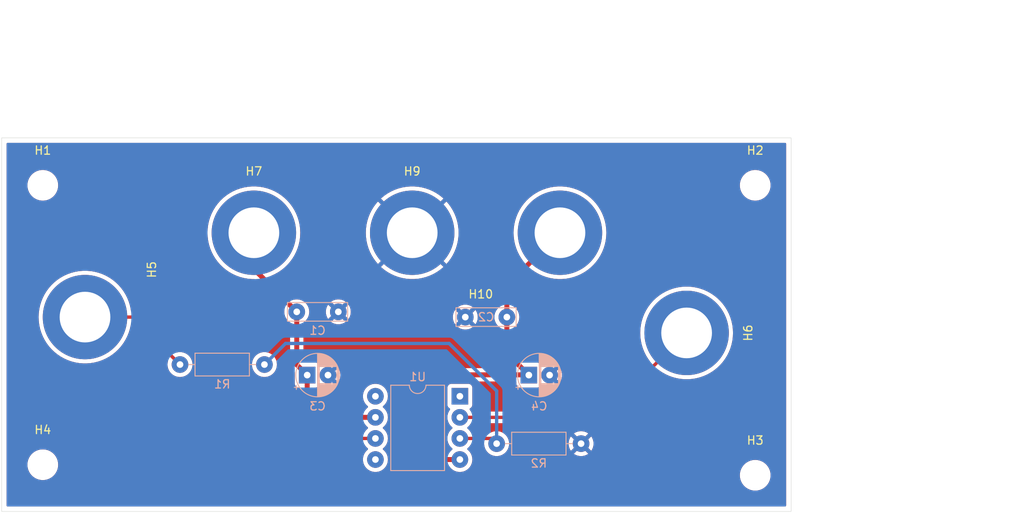
<source format=kicad_pcb>
(kicad_pcb (version 20240108) (generator "pcbnew") (generator_version "8.0")
  (layers (0 "F.Cu" signal) (31 "B.Cu" signal) (34 "B.Paste" user) (35 "F.Paste" user) (36 "B.SilkS" user "B.Silkscreen") (37 "F.SilkS" user "F.Silkscreen") (38 "B.Mask" user) (39 "F.Mask" user) (44 "Edge.Cuts" user))
  (net 0 "")
  (net 1 "+15V")
  (net 2 "GND")
  (net 3 "-15V")
  (net 4 "Ve")
  (net 5 "Vs")
  (net 6 "Net-(U1-+)")
  (footprint "MountingHole:MountingHole_3.2mm_M3" (layer "F.Cu") (at 88.9 83.185)
    (property "Reference" "H4" (at 0 -4.2 360) (layer "F.SilkS"))
    (property "Value" "MountingHole")
    (pad "" np_thru_hole circle (at 0 0) (size 3.2 3.2) (drill 3.2) (layers "*.Cu" "*.Mask"))
  )
  (footprint "MountingHole:MountingHole_6.4mm_M6_Pad" (layer "F.Cu") (at 133.35 55.245)
    (property "Reference" "H9" (at 0 -7.4 360) (layer "F.SilkS"))
    (property "Value" "GND")
    (pad "1" thru_hole circle (at 0 0) (size 10.16 10.16) (drill 6.1) (layers "*.Cu" "*.Mask") (net 2 "GND"))
  )
  (footprint "MountingHole:MountingHole_3.2mm_M3" (layer "F.Cu") (at 174.625 49.53)
    (property "Reference" "H2" (at 0 -4.2 360) (layer "F.SilkS"))
    (property "Value" "MountingHole")
    (pad "" np_thru_hole circle (at 0 0) (size 3.2 3.2) (drill 3.2) (layers "F&B.Cu" "*.Mask"))
  )
  (footprint "MountingHole:MountingHole_6.4mm_M6_Pad" (layer "F.Cu") (at 166.37 67.31 -90)
    (property "Reference" "H6" (at 0 -7.4 90) (layer "F.SilkS"))
    (property "Value" "Vs")
    (pad "1" thru_hole circle (at 0 0 270) (size 10.16 10.16) (drill 6.1) (layers "*.Cu" "*.Mask") (net 5 "Vs"))
  )
  (footprint "MountingHole:MountingHole_3.2mm_M3" (layer "F.Cu") (at 174.625 84.455)
    (property "Reference" "H3" (at 0 -4.2 360) (layer "F.SilkS"))
    (property "Value" "MountingHole")
    (pad "" np_thru_hole circle (at 0 0) (size 3.2 3.2) (drill 3.2) (layers "*.Cu" "*.Mask"))
  )
  (footprint "MountingHole:MountingHole_6.4mm_M6_Pad" (layer "F.Cu") (at 114.3 55.245)
    (property "Reference" "H7" (at 0 -7.4 360) (layer "F.SilkS"))
    (property "Value" "+15V")
    (pad "1" thru_hole circle (at 0 0) (size 10.16 10.16) (drill 6.1) (layers "*.Cu" "*.Mask") (net 1 "+15V"))
  )
  (footprint "MountingHole:MountingHole_6.4mm_M6_Pad" (layer "F.Cu") (at 93.98 65.405 -90)
    (property "Reference" "H5" (at -5.715 -8.035 90) (layer "F.SilkS"))
    (property "Value" "Ve")
    (pad "1" thru_hole circle (at 0 0 270) (size 10.16 10.16) (drill 6.1) (layers "*.Cu" "*.Mask") (net 4 "Ve"))
  )
  (footprint "MountingHole:MountingHole_3.2mm_M3" (layer "F.Cu") (at 88.9 49.53)
    (property "Reference" "H1" (at 0 -4.2 360) (layer "F.SilkS"))
    (property "Value" "MountingHole")
    (pad "" np_thru_hole circle (at 0 0) (size 3.2 3.2) (drill 3.2) (layers "*.Cu" "*.Mask"))
  )
  (footprint "MountingHole:MountingHole_6.4mm_M6_Pad" (layer "F.Cu") (at 151.13 55.245 180)
    (property "Reference" "H10" (at 9.525 -7.4 360) (layer "F.SilkS"))
    (property "Value" "-15V")
    (pad "1" thru_hole circle (at 0 0 180) (size 10.16 10.16) (drill 6.1) (layers "*.Cu" "*.Mask") (net 3 "-15V"))
  )
  (footprint "Capacitor_THT:CP_Radial_D5.0mm_P2.50mm" (layer "B.Cu") (at 120.714888 72.39)
    (property "Reference" "C3" (at 1.25 3.75 360) (layer "B.SilkS") (effects (justify mirror)))
    (property "Value" "10µ")
    (fp_line (start -1.304775 1.225) (end -1.304775 1.725) (stroke (width 0.12)) (layer "B.SilkS"))
    (fp_line (start -1.054775 1.475) (end -1.554775 1.475) (stroke (width 0.12)) (layer "B.SilkS"))
    (fp_line (start 1.25 -2.58) (end 1.25 2.58) (stroke (width 0.12)) (layer "B.SilkS"))
    (fp_line (start 1.29 -2.58) (end 1.29 2.58) (stroke (width 0.12)) (layer "B.SilkS"))
    (fp_line (start 1.33 -2.579) (end 1.33 2.579) (stroke (width 0.12)) (layer "B.SilkS"))
    (fp_line (start 1.37 -2.578) (end 1.37 2.578) (stroke (width 0.12)) (layer "B.SilkS"))
    (fp_line (start 1.41 -2.576) (end 1.41 2.576) (stroke (width 0.12)) (layer "B.SilkS"))
    (fp_line (start 1.45 -2.573) (end 1.45 2.573) (stroke (width 0.12)) (layer "B.SilkS"))
    (fp_line (start 1.49 -2.569) (end 1.49 -1.04) (stroke (width 0.12)) (layer "B.SilkS"))
    (fp_line (start 1.49 1.04) (end 1.49 2.569) (stroke (width 0.12)) (layer "B.SilkS"))
    (fp_line (start 1.53 -2.565) (end 1.53 -1.04) (stroke (width 0.12)) (layer "B.SilkS"))
    (fp_line (start 1.53 1.04) (end 1.53 2.565) (stroke (width 0.12)) (layer "B.SilkS"))
    (fp_line (start 1.57 -2.561) (end 1.57 -1.04) (stroke (width 0.12)) (layer "B.SilkS"))
    (fp_line (start 1.57 1.04) (end 1.57 2.561) (stroke (width 0.12)) (layer "B.SilkS"))
    (fp_line (start 1.61 -2.556) (end 1.61 -1.04) (stroke (width 0.12)) (layer "B.SilkS"))
    (fp_line (start 1.61 1.04) (end 1.61 2.556) (stroke (width 0.12)) (layer "B.SilkS"))
    (fp_line (start 1.65 -2.55) (end 1.65 -1.04) (stroke (width 0.12)) (layer "B.SilkS"))
    (fp_line (start 1.65 1.04) (end 1.65 2.55) (stroke (width 0.12)) (layer "B.SilkS"))
    (fp_line (start 1.69 -2.543) (end 1.69 -1.04) (stroke (width 0.12)) (layer "B.SilkS"))
    (fp_line (start 1.69 1.04) (end 1.69 2.543) (stroke (width 0.12)) (layer "B.SilkS"))
    (fp_line (start 1.73 -2.536) (end 1.73 -1.04) (stroke (width 0.12)) (layer "B.SilkS"))
    (fp_line (start 1.73 1.04) (end 1.73 2.536) (stroke (width 0.12)) (layer "B.SilkS"))
    (fp_line (start 1.77 -2.528) (end 1.77 -1.04) (stroke (width 0.12)) (layer "B.SilkS"))
    (fp_line (start 1.77 1.04) (end 1.77 2.528) (stroke (width 0.12)) (layer "B.SilkS"))
    (fp_line (start 1.81 -2.52) (end 1.81 -1.04) (stroke (width 0.12)) (layer "B.SilkS"))
    (fp_line (start 1.81 1.04) (end 1.81 2.52) (stroke (width 0.12)) (layer "B.SilkS"))
    (fp_line (start 1.85 -2.511) (end 1.85 -1.04) (stroke (width 0.12)) (layer "B.SilkS"))
    (fp_line (start 1.85 1.04) (end 1.85 2.511) (stroke (width 0.12)) (layer "B.SilkS"))
    (fp_line (start 1.89 -2.501) (end 1.89 -1.04) (stroke (width 0.12)) (layer "B.SilkS"))
    (fp_line (start 1.89 1.04) (end 1.89 2.501) (stroke (width 0.12)) (layer "B.SilkS"))
    (fp_line (start 1.93 -2.491) (end 1.93 -1.04) (stroke (width 0.12)) (layer "B.SilkS"))
    (fp_line (start 1.93 1.04) (end 1.93 2.491) (stroke (width 0.12)) (layer "B.SilkS"))
    (fp_line (start 1.971 -2.48) (end 1.971 -1.04) (stroke (width 0.12)) (layer "B.SilkS"))
    (fp_line (start 1.971 1.04) (end 1.971 2.48) (stroke (width 0.12)) (layer "B.SilkS"))
    (fp_line (start 2.011 -2.468) (end 2.011 -1.04) (stroke (width 0.12)) (layer "B.SilkS"))
    (fp_line (start 2.011 1.04) (end 2.011 2.468) (stroke (width 0.12)) (layer "B.SilkS"))
    (fp_line (start 2.051 -2.455) (end 2.051 -1.04) (stroke (width 0.12)) (layer "B.SilkS"))
    (fp_line (start 2.051 1.04) (end 2.051 2.455) (stroke (width 0.12)) (layer "B.SilkS"))
    (fp_line (start 2.091 -2.442) (end 2.091 -1.04) (stroke (width 0.12)) (layer "B.SilkS"))
    (fp_line (start 2.091 1.04) (end 2.091 2.442) (stroke (width 0.12)) (layer "B.SilkS"))
    (fp_line (start 2.131 -2.428) (end 2.131 -1.04) (stroke (width 0.12)) (layer "B.SilkS"))
    (fp_line (start 2.131 1.04) (end 2.131 2.428) (stroke (width 0.12)) (layer "B.SilkS"))
    (fp_line (start 2.171 -2.414) (end 2.171 -1.04) (stroke (width 0.12)) (layer "B.SilkS"))
    (fp_line (start 2.171 1.04) (end 2.171 2.414) (stroke (width 0.12)) (layer "B.SilkS"))
    (fp_line (start 2.211 -2.398) (end 2.211 -1.04) (stroke (width 0.12)) (layer "B.SilkS"))
    (fp_line (start 2.211 1.04) (end 2.211 2.398) (stroke (width 0.12)) (layer "B.SilkS"))
    (fp_line (start 2.251 -2.382) (end 2.251 -1.04) (stroke (width 0.12)) (layer "B.SilkS"))
    (fp_line (start 2.251 1.04) (end 2.251 2.382) (stroke (width 0.12)) (layer "B.SilkS"))
    (fp_line (start 2.291 -2.365) (end 2.291 -1.04) (stroke (width 0.12)) (layer "B.SilkS"))
    (fp_line (start 2.291 1.04) (end 2.291 2.365) (stroke (width 0.12)) (layer "B.SilkS"))
    (fp_line (start 2.331 -2.348) (end 2.331 -1.04) (stroke (width 0.12)) (layer "B.SilkS"))
    (fp_line (start 2.331 1.04) (end 2.331 2.348) (stroke (width 0.12)) (layer "B.SilkS"))
    (fp_line (start 2.371 -2.329) (end 2.371 -1.04) (stroke (width 0.12)) (layer "B.SilkS"))
    (fp_line (start 2.371 1.04) (end 2.371 2.329) (stroke (width 0.12)) (layer "B.SilkS"))
    (fp_line (start 2.411 -2.31) (end 2.411 -1.04) (stroke (width 0.12)) (layer "B.SilkS"))
    (fp_line (start 2.411 1.04) (end 2.411 2.31) (stroke (width 0.12)) (layer "B.SilkS"))
    (fp_line (start 2.451 -2.29) (end 2.451 -1.04) (stroke (width 0.12)) (layer "B.SilkS"))
    (fp_line (start 2.451 1.04) (end 2.451 2.29) (stroke (width 0.12)) (layer "B.SilkS"))
    (fp_line (start 2.491 -2.268) (end 2.491 -1.04) (stroke (width 0.12)) (layer "B.SilkS"))
    (fp_line (start 2.491 1.04) (end 2.491 2.268) (stroke (width 0.12)) (layer "B.SilkS"))
    (fp_line (start 2.531 -2.247) (end 2.531 -1.04) (stroke (width 0.12)) (layer "B.SilkS"))
    (fp_line (start 2.531 1.04) (end 2.531 2.247) (stroke (width 0.12)) (layer "B.SilkS"))
    (fp_line (start 2.571 -2.224) (end 2.571 -1.04) (stroke (width 0.12)) (layer "B.SilkS"))
    (fp_line (start 2.571 1.04) (end 2.571 2.224) (stroke (width 0.12)) (layer "B.SilkS"))
    (fp_line (start 2.611 -2.2) (end 2.611 -1.04) (stroke (width 0.12)) (layer "B.SilkS"))
    (fp_line (start 2.611 1.04) (end 2.611 2.2) (stroke (width 0.12)) (layer "B.SilkS"))
    (fp_line (start 2.651 -2.175) (end 2.651 -1.04) (stroke (width 0.12)) (layer "B.SilkS"))
    (fp_line (start 2.651 1.04) (end 2.651 2.175) (stroke (width 0.12)) (layer "B.SilkS"))
    (fp_line (start 2.691 -2.149) (end 2.691 -1.04) (stroke (width 0.12)) (layer "B.SilkS"))
    (fp_line (start 2.691 1.04) (end 2.691 2.149) (stroke (width 0.12)) (layer "B.SilkS"))
    (fp_line (start 2.731 -2.122) (end 2.731 -1.04) (stroke (width 0.12)) (layer "B.SilkS"))
    (fp_line (start 2.731 1.04) (end 2.731 2.122) (stroke (width 0.12)) (layer "B.SilkS"))
    (fp_line (start 2.771 -2.095) (end 2.771 -1.04) (stroke (width 0.12)) (layer "B.SilkS"))
    (fp_line (start 2.771 1.04) (end 2.771 2.095) (stroke (width 0.12)) (layer "B.SilkS"))
    (fp_line (start 2.811 -2.065) (end 2.811 -1.04) (stroke (width 0.12)) (layer "B.SilkS"))
    (fp_line (start 2.811 1.04) (end 2.811 2.065) (stroke (width 0.12)) (layer "B.SilkS"))
    (fp_line (start 2.851 -2.035) (end 2.851 -1.04) (stroke (width 0.12)) (layer "B.SilkS"))
    (fp_line (start 2.851 1.04) (end 2.851 2.035) (stroke (width 0.12)) (layer "B.SilkS"))
    (fp_line (start 2.891 -2.004) (end 2.891 -1.04) (stroke (width 0.12)) (layer "B.SilkS"))
    (fp_line (start 2.891 1.04) (end 2.891 2.004) (stroke (width 0.12)) (layer "B.SilkS"))
    (fp_line (start 2.931 -1.971) (end 2.931 -1.04) (stroke (width 0.12)) (layer "B.SilkS"))
    (fp_line (start 2.931 1.04) (end 2.931 1.971) (stroke (width 0.12)) (layer "B.SilkS"))
    (fp_line (start 2.971 -1.937) (end 2.971 -1.04) (stroke (width 0.12)) (layer "B.SilkS"))
    (fp_line (start 2.971 1.04) (end 2.971 1.937) (stroke (width 0.12)) (layer "B.SilkS"))
    (fp_line (start 3.011 -1.901) (end 3.011 -1.04) (stroke (width 0.12)) (layer "B.SilkS"))
    (fp_line (start 3.011 1.04) (end 3.011 1.901) (stroke (width 0.12)) (layer "B.SilkS"))
    (fp_line (start 3.051 -1.864) (end 3.051 -1.04) (stroke (width 0.12)) (layer "B.SilkS"))
    (fp_line (start 3.051 1.04) (end 3.051 1.864) (stroke (width 0.12)) (layer "B.SilkS"))
    (fp_line (start 3.091 -1.826) (end 3.091 -1.04) (stroke (width 0.12)) (layer "B.SilkS"))
    (fp_line (start 3.091 1.04) (end 3.091 1.826) (stroke (width 0.12)) (layer "B.SilkS"))
    (fp_line (start 3.131 -1.785) (end 3.131 -1.04) (stroke (width 0.12)) (layer "B.SilkS"))
    (fp_line (start 3.131 1.04) (end 3.131 1.785) (stroke (width 0.12)) (layer "B.SilkS"))
    (fp_line (start 3.171 -1.743) (end 3.171 -1.04) (stroke (width 0.12)) (layer "B.SilkS"))
    (fp_line (start 3.171 1.04) (end 3.171 1.743) (stroke (width 0.12)) (layer "B.SilkS"))
    (fp_line (start 3.211 -1.699) (end 3.211 -1.04) (stroke (width 0.12)) (layer "B.SilkS"))
    (fp_line (start 3.211 1.04) (end 3.211 1.699) (stroke (width 0.12)) (layer "B.SilkS"))
    (fp_line (start 3.251 -1.653) (end 3.251 -1.04) (stroke (width 0.12)) (layer "B.SilkS"))
    (fp_line (start 3.251 1.04) (end 3.251 1.653) (stroke (width 0.12)) (layer "B.SilkS"))
    (fp_line (start 3.291 -1.605) (end 3.291 -1.04) (stroke (width 0.12)) (layer "B.SilkS"))
    (fp_line (start 3.291 1.04) (end 3.291 1.605) (stroke (width 0.12)) (layer "B.SilkS"))
    (fp_line (start 3.331 -1.554) (end 3.331 -1.04) (stroke (width 0.12)) (layer "B.SilkS"))
    (fp_line (start 3.331 1.04) (end 3.331 1.554) (stroke (width 0.12)) (layer "B.SilkS"))
    (fp_line (start 3.371 -1.5) (end 3.371 -1.04) (stroke (width 0.12)) (layer "B.SilkS"))
    (fp_line (start 3.371 1.04) (end 3.371 1.5) (stroke (width 0.12)) (layer "B.SilkS"))
    (fp_line (start 3.411 -1.443) (end 3.411 -1.04) (stroke (width 0.12)) (layer "B.SilkS"))
    (fp_line (start 3.411 1.04) (end 3.411 1.443) (stroke (width 0.12)) (layer "B.SilkS"))
    (fp_line (start 3.451 -1.383) (end 3.451 -1.04) (stroke (width 0.12)) (layer "B.SilkS"))
    (fp_line (start 3.451 1.04) (end 3.451 1.383) (stroke (width 0.12)) (layer "B.SilkS"))
    (fp_line (start 3.491 -1.319) (end 3.491 -1.04) (stroke (width 0.12)) (layer "B.SilkS"))
    (fp_line (start 3.491 1.04) (end 3.491 1.319) (stroke (width 0.12)) (layer "B.SilkS"))
    (fp_line (start 3.531 -1.251) (end 3.531 -1.04) (stroke (width 0.12)) (layer "B.SilkS"))
    (fp_line (start 3.531 1.04) (end 3.531 1.251) (stroke (width 0.12)) (layer "B.SilkS"))
    (fp_line (start 3.571 -1.178) (end 3.571 1.178) (stroke (width 0.12)) (layer "B.SilkS"))
    (fp_line (start 3.611 -1.098) (end 3.611 1.098) (stroke (width 0.12)) (layer "B.SilkS"))
    (fp_line (start 3.651 -1.011) (end 3.651 1.011) (stroke (width 0.12)) (layer "B.SilkS"))
    (fp_line (start 3.691 -0.915) (end 3.691 0.915) (stroke (width 0.12)) (layer "B.SilkS"))
    (fp_line (start 3.731 -0.805) (end 3.731 0.805) (stroke (width 0.12)) (layer "B.SilkS"))
    (fp_line (start 3.771 -0.677) (end 3.771 0.677) (stroke (width 0.12)) (layer "B.SilkS"))
    (fp_line (start 3.811 -0.518) (end 3.811 0.518) (stroke (width 0.12)) (layer "B.SilkS"))
    (fp_line (start 3.851 -0.284) (end 3.851 0.284) (stroke (width 0.12)) (layer "B.SilkS"))
    (fp_circle (center 1.25 0) (end 3.87 0) (stroke (width 0.12)) (fill none) (layer "B.SilkS"))
    (pad "1" thru_hole rect (at 0 0) (size 2 2) (drill 0.8) (layers "*.Cu" "*.Mask") (net 1 "+15V"))
    (pad "2" thru_hole circle (at 2.5 0) (size 2 2) (drill 0.8) (layers "*.Cu" "*.Mask") (net 2 "GND"))
  )
  (footprint "Package_DIP:DIP-8_W10.16mm" (layer "B.Cu") (at 139.085 74.94 180)
    (property "Reference" "U1" (at 5.08 2.33 360) (layer "B.SilkS") (effects (justify mirror)))
    (property "Value" "TL081")
    (fp_line (start 8.315 1.33) (end 8.315 -8.95) (stroke (width 0.12)) (layer "B.SilkS"))
    (fp_line (start 8.315 -8.95) (end 1.845 -8.95) (stroke (width 0.12)) (layer "B.SilkS"))
    (fp_line (start 6.08 1.33) (end 8.315 1.33) (stroke (width 0.12)) (layer "B.SilkS"))
    (fp_line (start 1.845 1.33) (end 4.08 1.33) (stroke (width 0.12)) (layer "B.SilkS"))
    (fp_line (start 1.845 -8.95) (end 1.845 1.33) (stroke (width 0.12)) (layer "B.SilkS"))
    (fp_arc (start 4.08 1.33) (mid 5.08 0.33) (end 6.08 1.33) (stroke (width 0.12)) (layer "B.SilkS"))
    (pad "1" thru_hole rect (at 0 0 180) (size 2 2) (drill 0.8) (layers "*.Cu" "*.Mask"))
    (pad "2" thru_hole oval (at 0 -2.54 180) (size 2 2) (drill 0.8) (layers "*.Cu" "*.Mask") (net 5 "Vs"))
    (pad "3" thru_hole oval (at 0 -5.08 180) (size 2 2) (drill 0.8) (layers "*.Cu" "*.Mask") (net 6 "Net-(U1-+)"))
    (pad "4" thru_hole oval (at 0 -7.62 180) (size 2 2) (drill 0.8) (layers "*.Cu" "*.Mask") (net 3 "-15V"))
    (pad "5" thru_hole oval (at 10.16 -7.62 180) (size 2 2) (drill 0.8) (layers "*.Cu" "*.Mask"))
    (pad "6" thru_hole oval (at 10.16 -5.08 180) (size 2 2) (drill 0.8) (layers "*.Cu" "*.Mask") (net 5 "Vs"))
    (pad "7" thru_hole oval (at 10.16 -2.54 180) (size 2 2) (drill 0.8) (layers "*.Cu" "*.Mask") (net 1 "+15V"))
    (pad "8" thru_hole oval (at 10.16 0 180) (size 2 2) (drill 0.8) (layers "*.Cu" "*.Mask"))
  )
  (footprint "Capacitor_THT:CP_Radial_D5.0mm_P2.50mm" (layer "B.Cu") (at 147.384888 72.39)
    (property "Reference" "C4" (at 1.25 3.75 360) (layer "B.SilkS") (effects (justify mirror)))
    (property "Value" "10µ")
    (fp_line (start -1.304775 1.225) (end -1.304775 1.725) (stroke (width 0.12)) (layer "B.SilkS"))
    (fp_line (start -1.054775 1.475) (end -1.554775 1.475) (stroke (width 0.12)) (layer "B.SilkS"))
    (fp_line (start 1.25 -2.58) (end 1.25 2.58) (stroke (width 0.12)) (layer "B.SilkS"))
    (fp_line (start 1.29 -2.58) (end 1.29 2.58) (stroke (width 0.12)) (layer "B.SilkS"))
    (fp_line (start 1.33 -2.579) (end 1.33 2.579) (stroke (width 0.12)) (layer "B.SilkS"))
    (fp_line (start 1.37 -2.578) (end 1.37 2.578) (stroke (width 0.12)) (layer "B.SilkS"))
    (fp_line (start 1.41 -2.576) (end 1.41 2.576) (stroke (width 0.12)) (layer "B.SilkS"))
    (fp_line (start 1.45 -2.573) (end 1.45 2.573) (stroke (width 0.12)) (layer "B.SilkS"))
    (fp_line (start 1.49 -2.569) (end 1.49 -1.04) (stroke (width 0.12)) (layer "B.SilkS"))
    (fp_line (start 1.49 1.04) (end 1.49 2.569) (stroke (width 0.12)) (layer "B.SilkS"))
    (fp_line (start 1.53 -2.565) (end 1.53 -1.04) (stroke (width 0.12)) (layer "B.SilkS"))
    (fp_line (start 1.53 1.04) (end 1.53 2.565) (stroke (width 0.12)) (layer "B.SilkS"))
    (fp_line (start 1.57 -2.561) (end 1.57 -1.04) (stroke (width 0.12)) (layer "B.SilkS"))
    (fp_line (start 1.57 1.04) (end 1.57 2.561) (stroke (width 0.12)) (layer "B.SilkS"))
    (fp_line (start 1.61 -2.556) (end 1.61 -1.04) (stroke (width 0.12)) (layer "B.SilkS"))
    (fp_line (start 1.61 1.04) (end 1.61 2.556) (stroke (width 0.12)) (layer "B.SilkS"))
    (fp_line (start 1.65 -2.55) (end 1.65 -1.04) (stroke (width 0.12)) (layer "B.SilkS"))
    (fp_line (start 1.65 1.04) (end 1.65 2.55) (stroke (width 0.12)) (layer "B.SilkS"))
    (fp_line (start 1.69 -2.543) (end 1.69 -1.04) (stroke (width 0.12)) (layer "B.SilkS"))
    (fp_line (start 1.69 1.04) (end 1.69 2.543) (stroke (width 0.12)) (layer "B.SilkS"))
    (fp_line (start 1.73 -2.536) (end 1.73 -1.04) (stroke (width 0.12)) (layer "B.SilkS"))
    (fp_line (start 1.73 1.04) (end 1.73 2.536) (stroke (width 0.12)) (layer "B.SilkS"))
    (fp_line (start 1.77 -2.528) (end 1.77 -1.04) (stroke (width 0.12)) (layer "B.SilkS"))
    (fp_line (start 1.77 1.04) (end 1.77 2.528) (stroke (width 0.12)) (layer "B.SilkS"))
    (fp_line (start 1.81 -2.52) (end 1.81 -1.04) (stroke (width 0.12)) (layer "B.SilkS"))
    (fp_line (start 1.81 1.04) (end 1.81 2.52) (stroke (width 0.12)) (layer "B.SilkS"))
    (fp_line (start 1.85 -2.511) (end 1.85 -1.04) (stroke (width 0.12)) (layer "B.SilkS"))
    (fp_line (start 1.85 1.04) (end 1.85 2.511) (stroke (width 0.12)) (layer "B.SilkS"))
    (fp_line (start 1.89 -2.501) (end 1.89 -1.04) (stroke (width 0.12)) (layer "B.SilkS"))
    (fp_line (start 1.89 1.04) (end 1.89 2.501) (stroke (width 0.12)) (layer "B.SilkS"))
    (fp_line (start 1.93 -2.491) (end 1.93 -1.04) (stroke (width 0.12)) (layer "B.SilkS"))
    (fp_line (start 1.93 1.04) (end 1.93 2.491) (stroke (width 0.12)) (layer "B.SilkS"))
    (fp_line (start 1.971 -2.48) (end 1.971 -1.04) (stroke (width 0.12)) (layer "B.SilkS"))
    (fp_line (start 1.971 1.04) (end 1.971 2.48) (stroke (width 0.12)) (layer "B.SilkS"))
    (fp_line (start 2.011 -2.468) (end 2.011 -1.04) (stroke (width 0.12)) (layer "B.SilkS"))
    (fp_line (start 2.011 1.04) (end 2.011 2.468) (stroke (width 0.12)) (layer "B.SilkS"))
    (fp_line (start 2.051 -2.455) (end 2.051 -1.04) (stroke (width 0.12)) (layer "B.SilkS"))
    (fp_line (start 2.051 1.04) (end 2.051 2.455) (stroke (width 0.12)) (layer "B.SilkS"))
    (fp_line (start 2.091 -2.442) (end 2.091 -1.04) (stroke (width 0.12)) (layer "B.SilkS"))
    (fp_line (start 2.091 1.04) (end 2.091 2.442) (stroke (width 0.12)) (layer "B.SilkS"))
    (fp_line (start 2.131 -2.428) (end 2.131 -1.04) (stroke (width 0.12)) (layer "B.SilkS"))
    (fp_line (start 2.131 1.04) (end 2.131 2.428) (stroke (width 0.12)) (layer "B.SilkS"))
    (fp_line (start 2.171 -2.414) (end 2.171 -1.04) (stroke (width 0.12)) (layer "B.SilkS"))
    (fp_line (start 2.171 1.04) (end 2.171 2.414) (stroke (width 0.12)) (layer "B.SilkS"))
    (fp_line (start 2.211 -2.398) (end 2.211 -1.04) (stroke (width 0.12)) (layer "B.SilkS"))
    (fp_line (start 2.211 1.04) (end 2.211 2.398) (stroke (width 0.12)) (layer "B.SilkS"))
    (fp_line (start 2.251 -2.382) (end 2.251 -1.04) (stroke (width 0.12)) (layer "B.SilkS"))
    (fp_line (start 2.251 1.04) (end 2.251 2.382) (stroke (width 0.12)) (layer "B.SilkS"))
    (fp_line (start 2.291 -2.365) (end 2.291 -1.04) (stroke (width 0.12)) (layer "B.SilkS"))
    (fp_line (start 2.291 1.04) (end 2.291 2.365) (stroke (width 0.12)) (layer "B.SilkS"))
    (fp_line (start 2.331 -2.348) (end 2.331 -1.04) (stroke (width 0.12)) (layer "B.SilkS"))
    (fp_line (start 2.331 1.04) (end 2.331 2.348) (stroke (width 0.12)) (layer "B.SilkS"))
    (fp_line (start 2.371 -2.329) (end 2.371 -1.04) (stroke (width 0.12)) (layer "B.SilkS"))
    (fp_line (start 2.371 1.04) (end 2.371 2.329) (stroke (width 0.12)) (layer "B.SilkS"))
    (fp_line (start 2.411 -2.31) (end 2.411 -1.04) (stroke (width 0.12)) (layer "B.SilkS"))
    (fp_line (start 2.411 1.04) (end 2.411 2.31) (stroke (width 0.12)) (layer "B.SilkS"))
    (fp_line (start 2.451 -2.29) (end 2.451 -1.04) (stroke (width 0.12)) (layer "B.SilkS"))
    (fp_line (start 2.451 1.04) (end 2.451 2.29) (stroke (width 0.12)) (layer "B.SilkS"))
    (fp_line (start 2.491 -2.268) (end 2.491 -1.04) (stroke (width 0.12)) (layer "B.SilkS"))
    (fp_line (start 2.491 1.04) (end 2.491 2.268) (stroke (width 0.12)) (layer "B.SilkS"))
    (fp_line (start 2.531 -2.247) (end 2.531 -1.04) (stroke (width 0.12)) (layer "B.SilkS"))
    (fp_line (start 2.531 1.04) (end 2.531 2.247) (stroke (width 0.12)) (layer "B.SilkS"))
    (fp_line (start 2.571 -2.224) (end 2.571 -1.04) (stroke (width 0.12)) (layer "B.SilkS"))
    (fp_line (start 2.571 1.04) (end 2.571 2.224) (stroke (width 0.12)) (layer "B.SilkS"))
    (fp_line (start 2.611 -2.2) (end 2.611 -1.04) (stroke (width 0.12)) (layer "B.SilkS"))
    (fp_line (start 2.611 1.04) (end 2.611 2.2) (stroke (width 0.12)) (layer "B.SilkS"))
    (fp_line (start 2.651 -2.175) (end 2.651 -1.04) (stroke (width 0.12)) (layer "B.SilkS"))
    (fp_line (start 2.651 1.04) (end 2.651 2.175) (stroke (width 0.12)) (layer "B.SilkS"))
    (fp_line (start 2.691 -2.149) (end 2.691 -1.04) (stroke (width 0.12)) (layer "B.SilkS"))
    (fp_line (start 2.691 1.04) (end 2.691 2.149) (stroke (width 0.12)) (layer "B.SilkS"))
    (fp_line (start 2.731 -2.122) (end 2.731 -1.04) (stroke (width 0.12)) (layer "B.SilkS"))
    (fp_line (start 2.731 1.04) (end 2.731 2.122) (stroke (width 0.12)) (layer "B.SilkS"))
    (fp_line (start 2.771 -2.095) (end 2.771 -1.04) (stroke (width 0.12)) (layer "B.SilkS"))
    (fp_line (start 2.771 1.04) (end 2.771 2.095) (stroke (width 0.12)) (layer "B.SilkS"))
    (fp_line (start 2.811 -2.065) (end 2.811 -1.04) (stroke (width 0.12)) (layer "B.SilkS"))
    (fp_line (start 2.811 1.04) (end 2.811 2.065) (stroke (width 0.12)) (layer "B.SilkS"))
    (fp_line (start 2.851 -2.035) (end 2.851 -1.04) (stroke (width 0.12)) (layer "B.SilkS"))
    (fp_line (start 2.851 1.04) (end 2.851 2.035) (stroke (width 0.12)) (layer "B.SilkS"))
    (fp_line (start 2.891 -2.004) (end 2.891 -1.04) (stroke (width 0.12)) (layer "B.SilkS"))
    (fp_line (start 2.891 1.04) (end 2.891 2.004) (stroke (width 0.12)) (layer "B.SilkS"))
    (fp_line (start 2.931 -1.971) (end 2.931 -1.04) (stroke (width 0.12)) (layer "B.SilkS"))
    (fp_line (start 2.931 1.04) (end 2.931 1.971) (stroke (width 0.12)) (layer "B.SilkS"))
    (fp_line (start 2.971 -1.937) (end 2.971 -1.04) (stroke (width 0.12)) (layer "B.SilkS"))
    (fp_line (start 2.971 1.04) (end 2.971 1.937) (stroke (width 0.12)) (layer "B.SilkS"))
    (fp_line (start 3.011 -1.901) (end 3.011 -1.04) (stroke (width 0.12)) (layer "B.SilkS"))
    (fp_line (start 3.011 1.04) (end 3.011 1.901) (stroke (width 0.12)) (layer "B.SilkS"))
    (fp_line (start 3.051 -1.864) (end 3.051 -1.04) (stroke (width 0.12)) (layer "B.SilkS"))
    (fp_line (start 3.051 1.04) (end 3.051 1.864) (stroke (width 0.12)) (layer "B.SilkS"))
    (fp_line (start 3.091 -1.826) (end 3.091 -1.04) (stroke (width 0.12)) (layer "B.SilkS"))
    (fp_line (start 3.091 1.04) (end 3.091 1.826) (stroke (width 0.12)) (layer "B.SilkS"))
    (fp_line (start 3.131 -1.785) (end 3.131 -1.04) (stroke (width 0.12)) (layer "B.SilkS"))
    (fp_line (start 3.131 1.04) (end 3.131 1.785) (stroke (width 0.12)) (layer "B.SilkS"))
    (fp_line (start 3.171 -1.743) (end 3.171 -1.04) (stroke (width 0.12)) (layer "B.SilkS"))
    (fp_line (start 3.171 1.04) (end 3.171 1.743) (stroke (width 0.12)) (layer "B.SilkS"))
    (fp_line (start 3.211 -1.699) (end 3.211 -1.04) (stroke (width 0.12)) (layer "B.SilkS"))
    (fp_line (start 3.211 1.04) (end 3.211 1.699) (stroke (width 0.12)) (layer "B.SilkS"))
    (fp_line (start 3.251 -1.653) (end 3.251 -1.04) (stroke (width 0.12)) (layer "B.SilkS"))
    (fp_line (start 3.251 1.04) (end 3.251 1.653) (stroke (width 0.12)) (layer "B.SilkS"))
    (fp_line (start 3.291 -1.605) (end 3.291 -1.04) (stroke (width 0.12)) (layer "B.SilkS"))
    (fp_line (start 3.291 1.04) (end 3.291 1.605) (stroke (width 0.12)) (layer "B.SilkS"))
    (fp_line (start 3.331 -1.554) (end 3.331 -1.04) (stroke (width 0.12)) (layer "B.SilkS"))
    (fp_line (start 3.331 1.04) (end 3.331 1.554) (stroke (width 0.12)) (layer "B.SilkS"))
    (fp_line (start 3.371 -1.5) (end 3.371 -1.04) (stroke (width 0.12)) (layer "B.SilkS"))
    (fp_line (start 3.371 1.04) (end 3.371 1.5) (stroke (width 0.12)) (layer "B.SilkS"))
    (fp_line (start 3.411 -1.443) (end 3.411 -1.04) (stroke (width 0.12)) (layer "B.SilkS"))
    (fp_line (start 3.411 1.04) (end 3.411 1.443) (stroke (width 0.12)) (layer "B.SilkS"))
    (fp_line (start 3.451 -1.383) (end 3.451 -1.04) (stroke (width 0.12)) (layer "B.SilkS"))
    (fp_line (start 3.451 1.04) (end 3.451 1.383) (stroke (width 0.12)) (layer "B.SilkS"))
    (fp_line (start 3.491 -1.319) (end 3.491 -1.04) (stroke (width 0.12)) (layer "B.SilkS"))
    (fp_line (start 3.491 1.04) (end 3.491 1.319) (stroke (width 0.12)) (layer "B.SilkS"))
    (fp_line (start 3.531 -1.251) (end 3.531 -1.04) (stroke (width 0.12)) (layer "B.SilkS"))
    (fp_line (start 3.531 1.04) (end 3.531 1.251) (stroke (width 0.12)) (layer "B.SilkS"))
    (fp_line (start 3.571 -1.178) (end 3.571 1.178) (stroke (width 0.12)) (layer "B.SilkS"))
    (fp_line (start 3.611 -1.098) (end 3.611 1.098) (stroke (width 0.12)) (layer "B.SilkS"))
    (fp_line (start 3.651 -1.011) (end 3.651 1.011) (stroke (width 0.12)) (layer "B.SilkS"))
    (fp_line (start 3.691 -0.915) (end 3.691 0.915) (stroke (width 0.12)) (layer "B.SilkS"))
    (fp_line (start 3.731 -0.805) (end 3.731 0.805) (stroke (width 0.12)) (layer "B.SilkS"))
    (fp_line (start 3.771 -0.677) (end 3.771 0.677) (stroke (width 0.12)) (layer "B.SilkS"))
    (fp_line (start 3.811 -0.518) (end 3.811 0.518) (stroke (width 0.12)) (layer "B.SilkS"))
    (fp_line (start 3.851 -0.284) (end 3.851 0.284) (stroke (width 0.12)) (layer "B.SilkS"))
    (fp_circle (center 1.25 0) (end 3.87 0) (stroke (width 0.12)) (fill none) (layer "B.SilkS"))
    (pad "1" thru_hole rect (at 0 0) (size 2 2) (drill 0.8) (layers "*.Cu" "*.Mask") (net 3 "-15V"))
    (pad "2" thru_hole circle (at 2.5 0) (size 2 2) (drill 0.8) (layers "*.Cu" "*.Mask") (net 2 "GND"))
  )
  (footprint "Resistor_THT:R_Axial_DIN0207_L6.3mm_D2.5mm_P10.16mm_Horizontal" (layer "B.Cu") (at 143.51 80.645)
    (property "Reference" "R2" (at 5.08 2.37 360) (layer "B.SilkS") (effects (justify mirror)))
    (property "Value" "2K")
    (fp_line (start 1.81 -1.37) (end 1.81 1.37) (stroke (width 0.12)) (layer "B.SilkS"))
    (fp_line (start 1.81 0) (end 1.04 0) (stroke (width 0.12)) (layer "B.SilkS"))
    (fp_line (start 1.81 1.37) (end 8.35 1.37) (stroke (width 0.12)) (layer "B.SilkS"))
    (fp_line (start 8.35 -1.37) (end 1.81 -1.37) (stroke (width 0.12)) (layer "B.SilkS"))
    (fp_line (start 8.35 0) (end 9.12 0) (stroke (width 0.12)) (layer "B.SilkS"))
    (fp_line (start 8.35 1.37) (end 8.35 -1.37) (stroke (width 0.12)) (layer "B.SilkS"))
    (pad "1" thru_hole circle (at 0 0) (size 2 2) (drill 0.8) (layers "*.Cu" "*.Mask") (net 6 "Net-(U1-+)"))
    (pad "2" thru_hole circle (at 10.16 0) (size 2 2) (drill 0.8) (layers "*.Cu" "*.Mask") (net 2 "GND"))
  )
  (footprint "Capacitor_THT:C_Rect_L7.0mm_W2.0mm_P5.00mm" (layer "B.Cu") (at 139.74 65.405)
    (property "Reference" "C2" (at 2.5 0 360) (layer "B.SilkS") (effects (justify mirror)))
    (property "Value" "10n")
    (fp_line (start -1.12 -1.12) (end -1.12 1.12) (stroke (width 0.12)) (layer "B.SilkS"))
    (fp_line (start 6.12 -1.12) (end -1.12 -1.12) (stroke (width 0.12)) (layer "B.SilkS"))
    (fp_line (start 6.12 -1.12) (end 6.12 1.12) (stroke (width 0.12)) (layer "B.SilkS"))
    (fp_line (start 6.12 1.12) (end -1.12 1.12) (stroke (width 0.12)) (layer "B.SilkS"))
    (pad "1" thru_hole circle (at 0 0) (size 2 2) (drill 0.8) (layers "*.Cu" "*.Mask") (net 2 "GND"))
    (pad "2" thru_hole circle (at 5 0) (size 2 2) (drill 0.8) (layers "*.Cu" "*.Mask") (net 3 "-15V"))
  )
  (footprint "Resistor_THT:R_Axial_DIN0207_L6.3mm_D2.5mm_P10.16mm_Horizontal" (layer "B.Cu") (at 105.41 71.12)
    (property "Reference" "R1" (at 5.08 2.37 360) (layer "B.SilkS") (effects (justify mirror)))
    (property "Value" "1K")
    (fp_line (start 1.81 -1.37) (end 1.81 1.37) (stroke (width 0.12)) (layer "B.SilkS"))
    (fp_line (start 1.81 0) (end 1.04 0) (stroke (width 0.12)) (layer "B.SilkS"))
    (fp_line (start 1.81 1.37) (end 8.35 1.37) (stroke (width 0.12)) (layer "B.SilkS"))
    (fp_line (start 8.35 -1.37) (end 1.81 -1.37) (stroke (width 0.12)) (layer "B.SilkS"))
    (fp_line (start 8.35 0) (end 9.12 0) (stroke (width 0.12)) (layer "B.SilkS"))
    (fp_line (start 8.35 1.37) (end 8.35 -1.37) (stroke (width 0.12)) (layer "B.SilkS"))
    (pad "1" thru_hole circle (at 0 0) (size 2 2) (drill 0.8) (layers "*.Cu" "*.Mask") (net 4 "Ve"))
    (pad "2" thru_hole oval (at 10.16 0) (size 2 2) (drill 0.8) (layers "*.Cu" "*.Mask") (net 6 "Net-(U1-+)"))
  )
  (footprint "Capacitor_THT:C_Rect_L7.0mm_W2.0mm_P5.00mm" (layer "B.Cu") (at 119.46 64.77)
    (property "Reference" "C1" (at 2.5 2.25 360) (layer "B.SilkS") (effects (justify mirror)))
    (property "Value" "10n")
    (fp_line (start -1.12 -1.12) (end -1.12 1.12) (stroke (width 0.12)) (layer "B.SilkS"))
    (fp_line (start 6.12 -1.12) (end -1.12 -1.12) (stroke (width 0.12)) (layer "B.SilkS"))
    (fp_line (start 6.12 -1.12) (end 6.12 1.12) (stroke (width 0.12)) (layer "B.SilkS"))
    (fp_line (start 6.12 1.12) (end -1.12 1.12) (stroke (width 0.12)) (layer "B.SilkS"))
    (pad "1" thru_hole circle (at 0 0) (size 2 2) (drill 0.8) (layers "*.Cu" "*.Mask") (net 1 "+15V"))
    (pad "2" thru_hole circle (at 5 0) (size 2 2) (drill 0.8) (layers "*.Cu" "*.Mask") (net 2 "GND"))
  )
  (gr_rect (start 83.945 43.815) (end 178.945 88.815) (stroke (width 0.05)) (fill none) (layer "Edge.Cuts"))
  (gr_text "+15V" (at 111.125 47.625 0) (layer "F.Cu" knockout) (effects (font (size 1.5 1.5) (thickness 0.3) (bold yes)) (justify left bottom)))
  (gr_text "GND" (at 130.81 47.625 0) (layer "F.Cu" knockout) (effects (font (size 1.5 1.5) (thickness 0.3) (bold yes)) (justify left bottom)))
  (gr_text "Vs" (at 165.1 76.835 0) (layer "F.Cu" knockout) (effects (font (size 1.5 1.5) (thickness 0.3) (bold yes)) (justify left bottom)))
  (gr_text "GNIG" (at 97.79 86.995 0) (layer "F.Cu" knockout) (effects (font (size 1.5 1.5) (thickness 0.3) (bold yes)) (justify left bottom)))
  (gr_text "Ve" (at 91.44 75.565 0) (layer "F.Cu" knockout) (effects (font (size 1.5 1.5) (thickness 0.3) (bold yes)) (justify left bottom)))
  (gr_text "-15V" (at 147.955 47.625 0) (layer "F.Cu" knockout) (effects (font (size 1.5 1.5) (thickness 0.3) (bold yes)) (justify left bottom)))
  (segment (start 119.46 64.77) (end 119.46 71.135112) (width 0.6) (layer "F.Cu") (net 1))
  (segment (start 119.46 71.135112) (end 120.714888 72.39) (width 0.6) (layer "F.Cu") (net 1))
  (segment (start 114.3 59.61) (end 119.46 64.77) (width 0.6) (layer "F.Cu") (net 1))
  (segment (start 122.565 77.48) (end 128.925 77.48) (width 0.6) (layer "F.Cu") (net 1))
  (segment (start 114.3 55.245) (end 114.3 59.61) (width 0.6) (layer "F.Cu") (net 1))
  (segment (start 120.714888 75.629888) (end 122.565 77.48) (width 0.6) (layer "F.Cu") (net 1))
  (segment (start 120.714888 72.39) (end 120.714888 75.629888) (width 0.6) (layer "F.Cu") (net 1))
  (segment (start 144.74 65.405) (end 144.74 69.745112) (width 0.6) (layer "F.Cu") (net 3))
  (segment (start 134.62 74.295) (end 134.62 81.28) (width 0.6) (layer "F.Cu") (net 3))
  (segment (start 135.9 82.56) (end 139.085 82.56) (width 0.6) (layer "F.Cu") (net 3))
  (segment (start 147.384888 72.39) (end 147.352444 72.357556) (width 0.6) (layer "F.Cu") (net 3))
  (segment (start 151.13 55.245) (end 144.74 61.635) (width 0.6) (layer "F.Cu") (net 3))
  (segment (start 136.557444 72.357556) (end 134.62 74.295) (width 0.6) (layer "F.Cu") (net 3))
  (segment (start 144.74 69.745112) (end 147.384888 72.39) (width 0.6) (layer "F.Cu") (net 3))
  (segment (start 134.62 81.28) (end 135.9 82.56) (width 0.6) (layer "F.Cu") (net 3))
  (segment (start 147.352444 72.357556) (end 136.557444 72.357556) (width 0.6) (layer "F.Cu") (net 3))
  (segment (start 144.74 61.635) (end 144.74 65.405) (width 0.6) (layer "F.Cu") (net 3))
  (segment (start 105.41 71.12) (end 99.695 65.405) (width 0.4) (layer "F.Cu") (net 4))
  (segment (start 99.695 65.405) (end 93.98 65.405) (width 0.4) (layer "F.Cu") (net 4))
  (segment (start 125.095 81.28) (end 125.095 84.455) (width 0.4) (layer "F.Cu") (net 5))
  (segment (start 125.095 84.455) (end 125.73 85.09) (width 0.4) (layer "F.Cu") (net 5))
  (segment (start 145.415 77.48) (end 156.2 77.48) (width 0.4) (layer "F.Cu") (net 5))
  (segment (start 125.73 85.09) (end 146.685 85.09) (width 0.4) (layer "F.Cu") (net 5))
  (segment (start 126.355 80.02) (end 125.095 81.28) (width 0.4) (layer "F.Cu") (net 5))
  (segment (start 145.425 77.48) (end 145.415 77.48) (width 0.4) (layer "F.Cu") (net 5))
  (segment (start 139.085 77.48) (end 146.05 77.48) (width 0.4) (layer "F.Cu") (net 5))
  (segment (start 149.86 78.75) (end 148.59 77.48) (width 0.4) (layer "F.Cu") (net 5))
  (segment (start 149.86 81.915) (end 149.86 78.75) (width 0.4) (layer "F.Cu") (net 5))
  (segment (start 156.2 77.48) (end 166.37 67.31) (width 0.4) (layer "F.Cu") (net 5))
  (segment (start 128.925 80.02) (end 126.355 80.02) (width 0.4) (layer "F.Cu") (net 5))
  (segment (start 146.685 85.09) (end 149.86 81.915) (width 0.4) (layer "F.Cu") (net 5))
  (segment (start 139.085 80.02) (end 142.885 80.02) (width 0.4) (layer "F.Cu") (net 6))
  (segment (start 142.885 80.02) (end 143.51 80.645) (width 0.4) (layer "F.Cu") (net 6))
  (segment (start 115.57 71.12) (end 118.11 68.58) (width 0.4) (layer "B.Cu") (net 6))
  (segment (start 118.11 68.58) (end 137.795 68.58) (width 0.4) (layer "B.Cu") (net 6))
  (segment (start 137.795 68.58) (end 143.51 74.295) (width 0.4) (layer "B.Cu") (net 6))
  (segment (start 143.51 74.295) (end 143.51 80.645) (width 0.4) (layer "B.Cu") (net 6))
  (zone (net 2) (net_name "GND") (layers "F&B.Cu") (connect_pads (clearance 0.5)) (min_thickness 0.25) (fill yes (thermal_gap 0.5) (thermal_bridge_width 0.5))
    (polygon (pts (xy 83.82 43.815) (xy 179.07 43.815) (xy 179.07 88.9) (xy 83.82 88.9)))
  )
)
</source>
